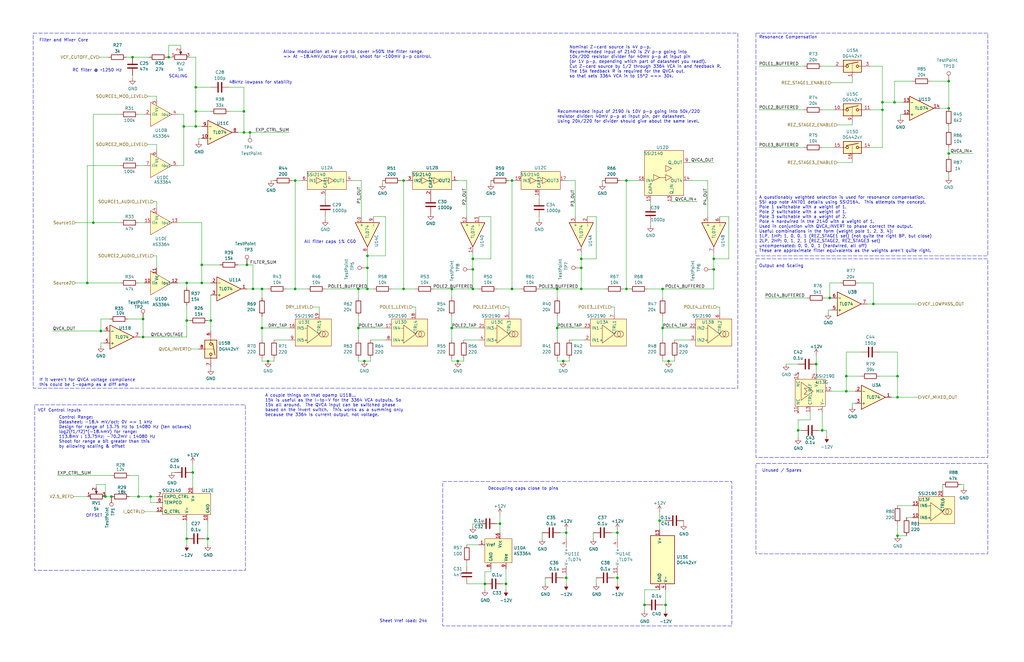
<source format=kicad_sch>
(kicad_sch (version 20230121) (generator eeschema)
  (paper "B")
  (title_block (title "Zoxnoxious Pole Dancer Mixing Filter") (date "2024-11-17") (rev "0.1") (company "Zoxnoxious Engineering"))
  (junction (at 88.9 135.255))
  (junction (at 400.05 34.29))
  (junction (at 46.99 209.55))
  (junction (at 104.14 111.76))
  (junction (at 170.18 121.92))
  (junction (at 82.55 53.34))
  (junction (at 39.37 93.98))
  (junction (at 78.74 119.38))
  (junction (at 60.325 134.62))
  (junction (at 280.67 255.27))
  (junction (at 281.94 152.4))
  (junction (at 78.74 227.33))
  (junction (at 279.4 121.92))
  (junction (at 245.11 113.03))
  (junction (at 87.63 227.33))
  (junction (at 44.45 209.55))
  (junction (at 336.55 181.61))
  (junction (at 154.94 113.03))
  (junction (at 77.47 53.34))
  (junction (at 400.05 64.77))
  (junction (at 237.49 152.4))
  (junction (at 82.55 46.99))
  (junction (at 378.46 167.64))
  (junction (at 378.46 226.06))
  (junction (at 372.11 43.18))
  (junction (at 238.76 243.84))
  (junction (at 36.83 119.38))
  (junction (at 78.74 135.255))
  (junction (at 245.11 109.22))
  (junction (at 377.19 43.18))
  (junction (at 356.87 158.75))
  (junction (at 105.41 55.88))
  (junction (at 215.9 76.2))
  (junction (at 234.95 121.92))
  (junction (at 42.545 139.7))
  (junction (at 234.95 138.43))
  (junction (at 210.82 220.98))
  (junction (at 82.55 36.83))
  (junction (at 300.99 113.665))
  (junction (at 102.87 55.88))
  (junction (at 344.17 153.67))
  (junction (at 55.88 24.13))
  (junction (at 154.94 121.92))
  (junction (at 154.94 107.95))
  (junction (at 199.39 109.22))
  (junction (at 372.11 46.355))
  (junction (at 102.87 46.99))
  (junction (at 264.16 121.92))
  (junction (at 378.46 158.75))
  (junction (at 346.71 181.61))
  (junction (at 170.18 76.2))
  (junction (at 349.885 125.73))
  (junction (at 279.4 138.43))
  (junction (at 300.99 109.22))
  (junction (at 151.13 138.43))
  (junction (at 245.11 121.92))
  (junction (at 113.03 152.4))
  (junction (at 356.87 165.1))
  (junction (at 124.46 121.92))
  (junction (at 238.76 224.79))
  (junction (at 190.5 138.43))
  (junction (at 63.5 209.55))
  (junction (at 400.05 45.72))
  (junction (at 85.09 119.38))
  (junction (at 368.3 128.27))
  (junction (at 199.39 113.665))
  (junction (at 85.09 111.76))
  (junction (at 106.68 121.92))
  (junction (at 278.13 219.71))
  (junction (at 193.04 152.4))
  (junction (at 260.35 243.84))
  (junction (at 71.12 24.13))
  (junction (at 153.67 152.4))
  (junction (at 215.9 121.92))
  (junction (at 124.46 76.2))
  (junction (at 264.16 76.2))
  (junction (at 81.28 199.39))
  (junction (at 260.35 224.79))
  (junction (at 190.5 121.92))
  (junction (at 110.49 121.92))
  (junction (at 110.49 138.43))
  (junction (at 213.36 246.38))
  (junction (at 204.47 246.38))
  (junction (at 199.39 121.92))
  (junction (at 58.42 209.55))
  (junction (at 151.13 121.92))
  (junction (at 271.78 255.27))
  (junction (at 60.325 142.24))
  (wire (pts (xy 199.39 220.98) (xy 201.93 220.98)))
  (wire (pts (xy 257.81 224.79) (xy 260.35 224.79)))
  (wire (pts (xy 336.55 177.165) (xy 336.55 181.61)))
  (wire (pts (xy 378.46 167.64) (xy 387.35 167.64)))
  (wire (pts (xy 406.4 204.47) (xy 406.4 205.74)))
  (wire (pts (xy 110.49 138.43) (xy 110.49 143.51)))
  (wire (pts (xy 245.11 109.22) (xy 245.11 106.68)))
  (wire (pts (xy 36.83 119.38) (xy 50.8 119.38)))
  (wire (pts (xy 207.01 76.2) (xy 207.01 77.47)))
  (wire (pts (xy 260.35 224.79) (xy 260.35 223.52)))
  (wire (pts (xy 80.01 135.255) (xy 78.74 135.255)))
  (wire (pts (xy 234.95 121.92) (xy 234.95 125.73)))
  (wire (pts (xy 88.9 124.46) (xy 88.9 135.255)))
  (wire (pts (xy 322.58 125.73) (xy 340.36 125.73)))
  (wire (pts (xy 153.67 152.4) (xy 156.21 152.4)))
  (wire (pts (xy 400.05 64.77) (xy 410.21 64.77)))
  (wire (pts (xy 349.885 125.73) (xy 350.52 125.73)))
  (wire (pts (xy 212.09 246.38) (xy 213.36 246.38)))
  (wire (pts (xy 227.33 82.55) (xy 227.33 83.82)))
  (wire (pts (xy 62.23 40.64) (xy 66.04 40.64)))
  (wire (pts (xy 43.815 144.78) (xy 42.545 144.78)))
  (wire (pts (xy 154.94 106.68) (xy 154.94 107.95)))
  (wire (pts (xy 300.99 113.665) (xy 300.99 121.92)))
  (wire (pts (xy 80.01 24.13) (xy 82.55 24.13)))
  (wire (pts (xy 151.13 121.92) (xy 151.13 125.73)))
  (wire (pts (xy 196.85 237.49) (xy 196.85 238.76)))
  (wire (pts (xy 64.77 107.95) (xy 66.04 107.95)))
  (wire (pts (xy 124.46 121.92) (xy 129.54 121.92)))
  (wire (pts (xy 66.04 60.96) (xy 66.04 63.5)))
  (wire (pts (xy 365.76 128.27) (xy 368.3 128.27)))
  (wire (pts (xy 284.48 151.13) (xy 284.48 152.4)))
  (wire (pts (xy 370.84 148.59) (xy 378.46 148.59)))
  (wire (pts (xy 96.52 36.83) (xy 102.87 36.83)))
  (wire (pts (xy 110.49 133.35) (xy 110.49 138.43)))
  (wire (pts (xy 58.42 69.85) (xy 60.96 69.85)))
  (wire (pts (xy 22.225 139.7) (xy 42.545 139.7)))
  (wire (pts (xy 196.85 246.38) (xy 204.47 246.38)))
  (wire (pts (xy 40.64 205.74) (xy 40.64 204.47)))
  (wire (pts (xy 207.01 241.3) (xy 204.47 241.3)))
  (wire (pts (xy 238.76 224.79) (xy 238.76 223.52)))
  (wire (pts (xy 307.34 109.22) (xy 300.99 109.22)))
  (wire (pts (xy 227.33 91.44) (xy 227.33 92.71)))
  (wire (pts (xy 405.13 204.47) (xy 406.4 204.47)))
  (wire (pts (xy 378.46 213.36) (xy 384.81 213.36)))
  (wire (pts (xy 274.32 93.98) (xy 274.32 95.25)))
  (wire (pts (xy 350.52 130.81) (xy 349.25 130.81)))
  (wire (pts (xy 106.68 111.76) (xy 106.68 121.92)))
  (wire (pts (xy 260.35 224.79) (xy 260.35 227.33)))
  (wire (pts (xy 346.71 27.94) (xy 351.79 27.94)))
  (wire (pts (xy 259.08 243.84) (xy 260.35 243.84)))
  (wire (pts (xy 400.05 64.77) (xy 400.05 66.04)))
  (wire (pts (xy 162.56 91.44) (xy 162.56 107.95)))
  (wire (pts (xy 193.04 76.2) (xy 196.85 76.2)))
  (wire (pts (xy 290.83 76.2) (xy 298.45 76.2)))
  (wire (pts (xy 115.57 151.13) (xy 115.57 152.4)))
  (wire (pts (xy 356.87 165.1) (xy 360.68 165.1)))
  (wire (pts (xy 378.46 167.64) (xy 375.92 167.64)))
  (wire (pts (xy 173.99 129.54) (xy 175.26 129.54)))
  (wire (pts (xy 349.885 125.73) (xy 349.885 119.38)))
  (wire (pts (xy 81.28 199.39) (xy 81.28 205.74)))
  (wire (pts (xy 60.325 134.62) (xy 60.325 142.24)))
  (wire (pts (xy 58.42 93.98) (xy 60.96 93.98)))
  (wire (pts (xy 346.71 62.23) (xy 351.79 62.23)))
  (wire (pts (xy 86.36 227.33) (xy 87.63 227.33)))
  (wire (pts (xy 190.5 121.92) (xy 190.5 125.73)))
  (wire (pts (xy 278.13 215.9) (xy 278.13 219.71)))
  (wire (pts (xy 39.37 48.26) (xy 39.37 93.98)))
  (wire (pts (xy 78.74 142.24) (xy 78.74 135.255)))
  (wire (pts (xy 215.9 76.2) (xy 217.17 76.2)))
  (wire (pts (xy 237.49 152.4) (xy 240.03 152.4)))
  (wire (pts (xy 85.09 119.38) (xy 88.9 119.38)))
  (wire (pts (xy 76.2 19.05) (xy 71.12 19.05)))
  (wire (pts (xy 288.29 219.71) (xy 288.29 220.98)))
  (wire (pts (xy 298.45 76.2) (xy 298.45 91.44)))
  (wire (pts (xy 229.87 243.84) (xy 229.87 246.38)))
  (wire (pts (xy 120.65 121.92) (xy 124.46 121.92)))
  (wire (pts (xy 66.04 212.09) (xy 63.5 212.09)))
  (wire (pts (xy 195.58 143.51) (xy 201.93 143.51)))
  (wire (pts (xy 41.91 24.13) (xy 45.72 24.13)))
  (wire (pts (xy 320.04 62.23) (xy 339.09 62.23)))
  (wire (pts (xy 151.13 138.43) (xy 162.56 138.43)))
  (wire (pts (xy 397.51 204.47) (xy 397.51 207.01)))
  (wire (pts (xy 199.39 109.22) (xy 199.39 113.665)))
  (wire (pts (xy 190.5 138.43) (xy 201.93 138.43)))
  (wire (pts (xy 115.57 143.51) (xy 121.92 143.51)))
  (wire (pts (xy 154.94 113.03) (xy 154.94 121.92)))
  (wire (pts (xy 199.39 113.665) (xy 199.39 121.92)))
  (wire (pts (xy 370.84 158.75) (xy 378.46 158.75)))
  (wire (pts (xy 190.5 151.13) (xy 190.5 152.4)))
  (wire (pts (xy 262.89 121.92) (xy 264.16 121.92)))
  (wire (pts (xy 161.29 76.2) (xy 161.29 77.47)))
  (wire (pts (xy 81.28 195.58) (xy 81.28 199.39)))
  (wire (pts (xy 207.01 109.22) (xy 199.39 109.22)))
  (wire (pts (xy 77.47 53.34) (xy 77.47 69.85)))
  (wire (pts (xy 307.34 91.44) (xy 307.34 109.22)))
  (wire (pts (xy 400.05 45.72) (xy 396.24 45.72)))
  (wire (pts (xy 76.2 20.32) (xy 76.2 19.05)))
  (wire (pts (xy 372.11 27.94) (xy 372.11 43.18)))
  (wire (pts (xy 300.99 109.22) (xy 300.99 113.665)))
  (wire (pts (xy 71.12 24.13) (xy 72.39 24.13)))
  (wire (pts (xy 124.46 76.2) (xy 124.46 121.92)))
  (wire (pts (xy 251.46 91.44) (xy 251.46 109.22)))
  (wire (pts (xy 347.98 125.73) (xy 349.885 125.73)))
  (wire (pts (xy 302.26 129.54) (xy 303.53 129.54)))
  (wire (pts (xy 261.62 76.2) (xy 264.16 76.2)))
  (wire (pts (xy 348.615 181.61) (xy 346.71 181.61)))
  (wire (pts (xy 210.82 220.98) (xy 210.82 224.79)))
  (wire (pts (xy 156.21 151.13) (xy 156.21 152.4)))
  (wire (pts (xy 175.26 129.54) (xy 175.26 132.08)))
  (wire (pts (xy 356.87 148.59) (xy 356.87 158.75)))
  (wire (pts (xy 132.08 129.54) (xy 134.62 129.54)))
  (wire (pts (xy 137.16 121.92) (xy 151.13 121.92)))
  (wire (pts (xy 372.11 46.355) (xy 372.11 62.23)))
  (wire (pts (xy 336.55 181.61) (xy 336.55 184.785)))
  (wire (pts (xy 368.3 119.38) (xy 361.95 119.38)))
  (wire (pts (xy 151.13 138.43) (xy 151.13 143.51)))
  (wire (pts (xy 170.18 121.92) (xy 175.26 121.92)))
  (wire (pts (xy 42.545 139.7) (xy 43.815 139.7)))
  (wire (pts (xy 170.18 76.2) (xy 171.45 76.2)))
  (wire (pts (xy 320.04 27.94) (xy 339.09 27.94)))
  (wire (pts (xy 234.95 152.4) (xy 237.49 152.4)))
  (wire (pts (xy 74.93 69.85) (xy 77.47 69.85)))
  (wire (pts (xy 210.82 217.17) (xy 210.82 220.98)))
  (wire (pts (xy 199.39 121.92) (xy 201.93 121.92)))
  (wire (pts (xy 278.13 219.71) (xy 278.13 223.52)))
  (wire (pts (xy 71.12 19.05) (xy 71.12 24.13)))
  (wire (pts (xy 100.33 55.88) (xy 102.87 55.88)))
  (wire (pts (xy 44.45 204.47) (xy 44.45 209.55)))
  (wire (pts (xy 58.42 119.38) (xy 60.96 119.38)))
  (wire (pts (xy 215.9 76.2) (xy 215.9 121.92)))
  (wire (pts (xy 234.95 138.43) (xy 234.95 143.51)))
  (wire (pts (xy 55.88 31.75) (xy 55.88 33.02)))
  (wire (pts (xy 381 48.26) (xy 379.73 48.26)))
  (wire (pts (xy 53.34 24.13) (xy 55.88 24.13)))
  (wire (pts (xy 77.47 53.34) (xy 82.55 53.34)))
  (wire (pts (xy 62.23 60.96) (xy 66.04 60.96)))
  (wire (pts (xy 182.88 121.92) (xy 190.5 121.92)))
  (wire (pts (xy 87.63 135.255) (xy 88.9 135.255)))
  (wire (pts (xy 279.4 138.43) (xy 279.4 143.51)))
  (wire (pts (xy 238.76 224.79) (xy 238.76 227.33)))
  (wire (pts (xy 381 43.18) (xy 377.19 43.18)))
  (wire (pts (xy 168.91 76.2) (xy 170.18 76.2)))
  (wire (pts (xy 368.3 128.27) (xy 368.3 119.38)))
  (wire (pts (xy 214.63 129.54) (xy 214.63 132.08)))
  (wire (pts (xy 106.68 121.92) (xy 110.49 121.92)))
  (wire (pts (xy 66.04 85.09) (xy 66.04 87.63)))
  (wire (pts (xy 73.66 199.39) (xy 72.39 199.39)))
  (wire (pts (xy 148.59 76.2) (xy 152.4 76.2)))
  (wire (pts (xy 300.99 109.22) (xy 300.99 106.68)))
  (wire (pts (xy 367.03 46.355) (xy 372.11 46.355)))
  (wire (pts (xy 382.27 226.06) (xy 378.46 226.06)))
  (wire (pts (xy 74.93 119.38) (xy 78.74 119.38)))
  (wire (pts (xy 245.11 113.03) (xy 245.11 121.92)))
  (wire (pts (xy 271.78 255.27) (xy 271.78 257.81)))
  (wire (pts (xy 303.53 129.54) (xy 303.53 132.08)))
  (wire (pts (xy 247.65 91.44) (xy 251.46 91.44)))
  (wire (pts (xy 31.75 119.38) (xy 36.83 119.38)))
  (wire (pts (xy 165.1 121.92) (xy 170.18 121.92)))
  (wire (pts (xy 190.5 133.35) (xy 190.5 138.43)))
  (wire (pts (xy 66.04 40.64) (xy 66.04 41.91)))
  (wire (pts (xy 46.355 134.62) (xy 42.545 134.62)))
  (wire (pts (xy 251.46 243.84) (xy 251.46 246.38)))
  (wire (pts (xy 162.56 107.95) (xy 154.94 107.95)))
  (wire (pts (xy 151.13 121.92) (xy 154.94 121.92)))
  (wire (pts (xy 346.71 46.355) (xy 351.79 46.355)))
  (wire (pts (xy 400.05 53.34) (xy 400.05 54.61)))
  (wire (pts (xy 279.4 138.43) (xy 290.83 138.43)))
  (wire (pts (xy 400.05 62.23) (xy 400.05 64.77)))
  (wire (pts (xy 196.85 91.44) (xy 196.85 76.2)))
  (wire (pts (xy 207.01 240.03) (xy 207.01 241.3)))
  (wire (pts (xy 245.11 121.92) (xy 255.27 121.92)))
  (wire (pts (xy 251.46 109.22) (xy 245.11 109.22)))
  (wire (pts (xy 259.08 129.54) (xy 259.08 132.08)))
  (wire (pts (xy 63.5 209.55) (xy 66.04 209.55)))
  (wire (pts (xy 400.05 73.66) (xy 400.05 74.93)))
  (wire (pts (xy 341.63 177.165) (xy 336.55 177.165)))
  (wire (pts (xy 58.42 200.66) (xy 58.42 209.55)))
  (wire (pts (xy 349.25 130.81) (xy 349.25 132.08)))
  (wire (pts (xy 195.58 151.13) (xy 195.58 152.4)))
  (wire (pts (xy 400.05 34.29) (xy 400.05 45.72)))
  (wire (pts (xy 259.08 129.54) (xy 257.81 129.54)))
  (wire (pts (xy 63.5 209.55) (xy 63.5 212.09)))
  (wire (pts (xy 264.16 76.2) (xy 269.24 76.2)))
  (wire (pts (xy 359.41 51.435) (xy 359.41 52.705)))
  (wire (pts (xy 88.9 154.94) (xy 88.9 155.575)))
  (wire (pts (xy 82.55 53.34) (xy 85.09 53.34)))
  (wire (pts (xy 58.42 48.26) (xy 60.96 48.26)))
  (wire (pts (xy 279.4 121.92) (xy 300.99 121.92)))
  (wire (pts (xy 245.11 109.22) (xy 245.11 113.03)))
  (wire (pts (xy 379.73 48.26) (xy 379.73 49.53)))
  (wire (pts (xy 274.32 85.09) (xy 274.32 86.36)))
  (wire (pts (xy 240.03 143.51) (xy 246.38 143.51)))
  (wire (pts (xy 110.49 121.92) (xy 113.03 121.92)))
  (wire (pts (xy 104.14 111.76) (xy 106.68 111.76)))
  (wire (pts (xy 102.87 55.88) (xy 105.41 55.88)))
  (wire (pts (xy 78.74 219.71) (xy 78.74 227.33)))
  (wire (pts (xy 60.96 215.9) (xy 66.04 215.9)))
  (wire (pts (xy 137.16 91.44) (xy 137.16 92.71)))
  (wire (pts (xy 40.64 204.47) (xy 44.45 204.47)))
  (wire (pts (xy 349.885 119.38) (xy 354.33 119.38)))
  (wire (pts (xy 115.57 76.2) (xy 114.3 76.2)))
  (wire (pts (xy 372.11 43.18) (xy 377.19 43.18)))
  (wire (pts (xy 85.09 93.98) (xy 85.09 111.76)))
  (wire (pts (xy 102.87 36.83) (xy 102.87 46.99)))
  (wire (pts (xy 254 76.2) (xy 254 77.47)))
  (wire (pts (xy 36.83 69.85) (xy 50.8 69.85)))
  (wire (pts (xy 85.09 111.76) (xy 92.71 111.76)))
  (wire (pts (xy 137.16 82.55) (xy 137.16 83.82)))
  (wire (pts (xy 74.93 93.98) (xy 85.09 93.98)))
  (wire (pts (xy 238.76 242.57) (xy 238.76 243.84)))
  (wire (pts (xy 260.35 243.84) (xy 260.35 246.38)))
  (wire (pts (xy 36.83 69.85) (xy 36.83 119.38)))
  (wire (pts (xy 279.4 152.4) (xy 281.94 152.4)))
  (wire (pts (xy 378.46 226.06) (xy 378.46 220.98)))
  (wire (pts (xy 110.49 151.13) (xy 110.49 152.4)))
  (wire (pts (xy 346.71 173.99) (xy 346.71 181.61)))
  (wire (pts (xy 78.74 119.38) (xy 85.09 119.38)))
  (wire (pts (xy 214.63 76.2) (xy 215.9 76.2)))
  (wire (pts (xy 82.55 36.83) (xy 82.55 46.99)))
  (wire (pts (xy 271.78 248.92) (xy 278.13 248.92)))
  (wire (pts (xy 83.82 58.42) (xy 85.09 58.42)))
  (wire (pts (xy 359.41 170.18) (xy 359.41 171.45)))
  (wire (pts (xy 234.95 138.43) (xy 246.38 138.43)))
  (wire (pts (xy 359.41 34.925) (xy 359.41 33.02)))
  (wire (pts (xy 190.5 152.4) (xy 193.04 152.4)))
  (wire (pts (xy 228.6 224.79) (xy 228.6 227.33)))
  (wire (pts (xy 78.74 128.905) (xy 78.74 135.255)))
  (wire (pts (xy 367.03 27.94) (xy 372.11 27.94)))
  (wire (pts (xy 264.16 76.2) (xy 264.16 121.92)))
  (wire (pts (xy 271.78 248.92) (xy 271.78 255.27)))
  (wire (pts (xy 367.03 62.23) (xy 372.11 62.23)))
  (wire (pts (xy 152.4 76.2) (xy 152.4 91.44)))
  (wire (pts (xy 151.13 151.13) (xy 151.13 152.4)))
  (wire (pts (xy 42.545 144.78) (xy 42.545 146.05)))
  (wire (pts (xy 77.47 48.26) (xy 74.93 48.26)))
  (wire (pts (xy 157.48 91.44) (xy 162.56 91.44)))
  (wire (pts (xy 238.76 243.84) (xy 238.76 246.38)))
  (wire (pts (xy 392.43 34.29) (xy 400.05 34.29)))
  (wire (pts (xy 280.67 255.27) (xy 280.67 248.92)))
  (wire (pts (xy 204.47 241.3) (xy 204.47 246.38)))
  (wire (pts (xy 320.04 46.355) (xy 339.09 46.355)))
  (wire (pts (xy 70.485 24.13) (xy 71.12 24.13)))
  (wire (pts (xy 350.52 165.1) (xy 356.87 165.1)))
  (wire (pts (xy 127 76.2) (xy 124.46 76.2)))
  (wire (pts (xy 344.17 153.67) (xy 344.17 157.48)))
  (wire (pts (xy 105.41 55.88) (xy 121.92 55.88)))
  (wire (pts (xy 85.09 111.76) (xy 85.09 119.38)))
  (wire (pts (xy 378.46 148.59) (xy 378.46 158.75)))
  (wire (pts (xy 279.4 151.13) (xy 279.4 152.4)))
  (wire (pts (xy 123.19 76.2) (xy 124.46 76.2)))
  (wire (pts (xy 80.645 147.32) (xy 83.82 147.32)))
  (wire (pts (xy 110.49 152.4) (xy 113.03 152.4)))
  (wire (pts (xy 227.33 121.92) (xy 234.95 121.92)))
  (wire (pts (xy 356.87 158.75) (xy 356.87 165.1)))
  (wire (pts (xy 215.9 121.92) (xy 219.71 121.92)))
  (wire (pts (xy 350.52 34.925) (xy 359.41 34.925)))
  (wire (pts (xy 102.87 46.99) (xy 102.87 55.88)))
  (wire (pts (xy 31.115 209.55) (xy 36.83 209.55)))
  (wire (pts (xy 54.61 209.55) (xy 58.42 209.55)))
  (wire (pts (xy 110.49 138.43) (xy 121.92 138.43)))
  (wire (pts (xy 88.9 46.99) (xy 82.55 46.99)))
  (wire (pts (xy 377.19 43.18) (xy 377.19 34.29)))
  (wire (pts (xy 238.76 76.2) (xy 242.57 76.2)))
  (wire (pts (xy 341.63 173.99) (xy 341.63 177.165)))
  (wire (pts (xy 87.63 219.71) (xy 87.63 227.33)))
  (wire (pts (xy 204.47 246.38) (xy 204.47 248.92)))
  (wire (pts (xy 66.04 107.95) (xy 66.04 113.03)))
  (wire (pts (xy 265.43 121.92) (xy 264.16 121.92)))
  (wire (pts (xy 193.04 152.4) (xy 195.58 152.4)))
  (wire (pts (xy 359.41 52.705) (xy 353.06 52.705)))
  (wire (pts (xy 209.55 220.98) (xy 210.82 220.98)))
  (wire (pts (xy 154.94 107.95) (xy 154.94 113.03)))
  (wire (pts (xy 42.545 134.62) (xy 42.545 139.7)))
  (wire (pts (xy 303.53 91.44) (xy 307.34 91.44)))
  (wire (pts (xy 55.88 24.13) (xy 62.865 24.13)))
  (wire (pts (xy 60.325 142.24) (xy 59.055 142.24)))
  (wire (pts (xy 236.22 224.79) (xy 238.76 224.79)))
  (wire (pts (xy 82.55 46.99) (xy 82.55 53.34)))
  (wire (pts (xy 234.95 151.13) (xy 234.95 152.4)))
  (wire (pts (xy 39.37 93.98) (xy 50.8 93.98)))
  (wire (pts (xy 279.4 133.35) (xy 279.4 138.43)))
  (wire (pts (xy 201.93 91.44) (xy 207.01 91.44)))
  (wire (pts (xy 336.55 181.61) (xy 337.82 181.61)))
  (wire (pts (xy 24.13 200.66) (xy 46.99 200.66)))
  (wire (pts (xy 359.41 67.31) (xy 359.41 68.58)))
  (wire (pts (xy 209.55 121.92) (xy 215.9 121.92)))
  (wire (pts (xy 82.55 24.13) (xy 82.55 36.83)))
  (wire (pts (xy 31.75 93.98) (xy 39.37 93.98)))
  (wire (pts (xy 356.87 158.75) (xy 363.22 158.75)))
  (wire (pts (xy 207.01 91.44) (xy 207.01 109.22)))
  (wire (pts (xy 151.13 133.35) (xy 151.13 138.43)))
  (wire (pts (xy 82.55 36.83) (xy 88.9 36.83)))
  (wire (pts (xy 242.57 91.44) (xy 242.57 76.2)))
  (wire (pts (xy 199.39 222.25) (xy 199.39 220.98)))
  (wire (pts (xy 250.19 224.79) (xy 250.19 227.33)))
  (wire (pts (xy 336.55 153.67) (xy 331.47 153.67)))
  (wire (pts (xy 278.13 219.71) (xy 280.67 219.71)))
  (wire (pts (xy 196.85 229.87) (xy 201.93 229.87)))
  (wire (pts (xy 348.615 181.61) (xy 348.615 184.15)))
  (wire (pts (xy 240.03 151.13) (xy 240.03 152.4)))
  (wire (pts (xy 344.17 149.86) (xy 344.17 153.67)))
  (wire (pts (xy 237.49 243.84) (xy 238.76 243.84)))
  (wire (pts (xy 110.49 121.92) (xy 110.49 125.73)))
  (wire (pts (xy 39.37 48.26) (xy 50.8 48.26)))
  (wire (pts (xy 104.14 121.92) (xy 106.68 121.92)))
  (wire (pts (xy 60.325 142.24) (xy 78.74 142.24)))
  (wire (pts (xy 280.67 255.27) (xy 280.67 257.81)))
  (wire (pts (xy 234.95 133.35) (xy 234.95 138.43)))
  (wire (pts (xy 284.48 143.51) (xy 290.83 143.51)))
  (wire (pts (xy 151.13 152.4) (xy 153.67 152.4)))
  (wire (pts (xy 345.44 181.61) (xy 346.71 181.61)))
  (wire (pts (xy 190.5 138.43) (xy 190.5 143.51)))
  (wire (pts (xy 64.77 85.09) (xy 66.04 85.09)))
  (wire (pts (xy 87.63 227.33) (xy 87.63 229.87)))
  (wire (pts (xy 77.47 48.26) (xy 77.47 53.34)))
  (wire (pts (xy 368.3 128.27) (xy 387.35 128.27)))
  (wire (pts (xy 234.95 121.92) (xy 245.11 121.92)))
  (wire (pts (xy 279.4 121.92) (xy 279.4 125.73)))
  (wire (pts (xy 78.74 227.33) (xy 78.74 229.87)))
  (wire (pts (xy 382.27 218.44) (xy 384.81 218.44)))
  (wire (pts (xy 44.45 209.55) (xy 46.99 209.55)))
  (wire (pts (xy 58.42 209.55) (xy 63.5 209.55)))
  (wire (pts (xy 213.36 129.54) (xy 214.63 129.54)))
  (wire (pts (xy 281.94 152.4) (xy 284.48 152.4)))
  (wire (pts (xy 279.4 121.92) (xy 273.05 121.92)))
  (wire (pts (xy 213.36 246.38) (xy 213.36 248.92)))
  (wire (pts (xy 170.18 76.2) (xy 170.18 121.92)))
  (wire (pts (xy 156.21 143.51) (xy 162.56 143.51)))
  (wire (pts (xy 283.21 85.09) (xy 294.005 85.09)))
  (wire (pts (xy 113.03 152.4) (xy 115.57 152.4)))
  (wire (pts (xy 96.52 46.99) (xy 102.87 46.99)))
  (wire (pts (xy 279.4 255.27) (xy 280.67 255.27)))
  (wire (pts (xy 88.9 135.255) (xy 88.9 139.7)))
  (wire (pts (xy 260.35 242.57) (xy 260.35 243.84)))
  (wire (pts (xy 199.39 106.68) (xy 199.39 109.22)))
  (wire (pts (xy 213.36 246.38) (xy 213.36 240.03)))
  (wire (pts (xy 78.74 119.38) (xy 78.74 121.285)))
  (wire (pts (xy 190.5 121.92) (xy 199.39 121.92)))
  (wire (pts (xy 377.19 34.29) (xy 384.81 34.29)))
  (wire (pts (xy 54.61 200.66) (xy 58.42 200.66)))
  (wire (pts (xy 359.41 68.58) (xy 353.06 68.58)))
  (wire (pts (xy 363.22 148.59) (xy 356.87 148.59)))
  (wire (pts (xy 290.83 68.58) (xy 300.99 68.58)))
  (wire (pts (xy 360.68 170.18) (xy 359.41 170.18)))
  (wire (pts (xy 53.975 134.62) (xy 60.325 134.62)))
  (wire (pts (xy 100.33 111.76) (xy 104.14 111.76)))
  (wire (pts (xy 372.11 43.18) (xy 372.11 46.355)))
  (wire (pts (xy 154.94 121.92) (xy 157.48 121.92)))
  (wire (pts (xy 134.62 129.54) (xy 134.62 132.08)))
  (wire (pts (xy 378.46 158.75) (xy 378.46 167.64)))
  (wire (pts (xy 83.82 58.42) (xy 83.82 59.69)))
  (rectangle (start 186.69 203.2) (end 308.61 264.16) (stroke (width 0) (type dash)))
  (rectangle (start 13.97 13.97) (end 311.15 163.83) (stroke (width 0) (type dash)))
  (rectangle (start 14.605 170.815) (end 103.505 240.665) (stroke (width 0) (type dash)))
  (rectangle (start 318.77 195.58) (end 416.56 233.68) (stroke (width 0) (type dash)))
  (rectangle (start 318.77 109.22) (end 416.56 193.04) (stroke (width 0) (type dash)))
  (rectangle (start 318.77 13.97) (end 416.56 107.95) (stroke (width 0) (type dash)))
  (text "Nominal Z-card source is 4V p-p.\nRecommended input of 2140 is 2V p-p going into\n10k/200 resistor divider for 40mV p-p at input pin\n(or 1V p-p, depending which part of datasheet you read!).\nCut Z-card source by 1/2 through 3364 VCA in and feedback R.\nThe 15k feedback R is required for the QVCA out,\nso that sets 3364 VCA in to 15*2 ==> 30k.\n" (at 240.03 33.02 0) (effects (font (size 1.27 1.27)) (justify left bottom)))
  (text "Allow modulation at 4V p-p to cover >50% the filter range.\n=> At -18.4mV/octave control, shoot for ~100mV p-p control." (at 119.38 24.765 0) (effects (font (size 1.27 1.27)) (justify left bottom)))
  (text "OFFSET" (at 36.195 218.44 0) (effects (font (size 1.27 1.27)) (justify left bottom)))
  (text "Decoupling caps close to pins" (at 205.74 207.01 0) (effects (font (size 1.27 1.27)) (justify left bottom)))
  (text "RC filter @ ~1250 Hz" (at 30.48 30.48 0) (effects (font (size 1.27 1.27)) (justify left bottom)))
  (text "Sheet Vref load: 24k" (at 160.02 262.89 0) (effects (font (size 1.27 1.27)) (justify left bottom)))
  (text "A questionably weighted selection is used for resonance compensation.\nSSI app note AN701 details using SSI2164.  This attempts the concept.\nPole 1 switchable with a weight of 1.\nPole 2 switchable with a weight of 1.\nPole 3 switchable with a weight of 2.\nPole 4 hardwired in the 2140 with a weight of 1.\nUsed in conjuntion with QVCA_INVERT to phase correct the output.\nUseful combinations in the form (weight pole 1, 2, 3, 4):\n1LP, 1HP: 1, 0, 0, 1 (REZ_STAGE1 set) (not quite the right BP, but close)\n2LP, 2HP: 0, 1, 2, 1 (REZ_STAGE2, REZ_STAGE3 set)\nuncompensated: 0, 0, 0, 1 (hardwired, all off)\nThese are approximate filter equivalents as the weights aren't quite right.\n" (at 320.04 106.68 0) (effects (font (size 1.27 1.27)) (justify left bottom)))
  (text "VCF Control Inputs" (at 15.875 173.99 0) (effects (font (size 1.27 1.27)) (justify left bottom)))
  (text "Output and Scaling" (at 320.04 113.03 0) (effects (font (size 1.27 1.27)) (justify left bottom)))
  (text "48kHz lowpass for stability" (at 96.52 35.56 0) (effects (font (size 1.27 1.27)) (justify left bottom)))
  (text "Unused / Spares" (at 321.31 199.39 0) (effects (font (size 1.27 1.27)) (justify left bottom)))
  (text "Recommended input of 2190 is 10V p-p going into 50k/220\nresistor divider: 40mV p-p at input pin, per datasheet.\nUsing 20k/220 for divider should give about the same level.\n" (at 234.95 52.07 0) (effects (font (size 1.27 1.27)) (justify left bottom)))
  (text "Control Range:\nDatasheet: -18.4 mV/oct; 0V => 1 kHz\nDesign for range of 13.75 Hz to 14080 Hz (ten octaves)\nlog2(f1/f2)*(-18.4mV) for range:\n113.8mV : 13.75Hz; -70.2mV : 14080 Hz\nShoot for range a bit greater than this\nby allowing scaling & offset" (at 24.765 189.23 0) (effects (font (size 1.27 1.27)) (justify left bottom)))
  (text "If it weren't for QVCA voltage compliance\nthis could be 1-opamp as a diff amp" (at 16.51 163.195 0) (effects (font (size 1.27 1.27)) (justify left bottom)))
  (text "All filter caps 1% CG0" (at 128.27 102.87 0) (effects (font (size 1.27 1.27)) (justify left bottom)))
  (text "Filter and Mixer Core" (at 16.51 17.78 0) (effects (font (size 1.27 1.27)) (justify left bottom)))
  (text "SCALING" (at 71.12 33.02 0) (effects (font (size 1.27 1.27)) (justify left bottom)))
  (text "A couple things on that opamp U11B...\n15k is useful as the I-to-V for the 3364 VCA outputs. So\n15k all around.  The QVCA input can be switched phase\nbased on the invert switch.  This works as a summing only\nbecause the 3364 is current output, not voltage." (at 111.76 175.895 0) (effects (font (size 1.27 1.27)) (justify left bottom)))
  (text "Resonance Compensation" (at 320.04 16.51 0) (effects (font (size 1.27 1.27)) (justify left bottom)))
  (label "POLE3_BUFFERED" (at 320.04 62.23 0))
  (label "QVCA_IN+" (at 410.21 64.77 180))
  (label "POLE2_BUFFERED" (at 320.04 46.355 0))
  (label "POLE4_BUFFERED" (at 297.18 121.92 180))
  (label "POLE3_TAP" (at 234.95 138.43 0))
  (label "FILTER_SUM" (at 105.41 111.76 0))
  (label "POLE4_BUFFERED" (at 322.58 125.73 0))
  (label "POLE1_BUFFERED" (at 154.94 121.92 180))
  (label "DRY_TAP" (at 113.03 138.43 0))
  (label "QVCA_VOLTAGE" (at 63.5 142.24 0))
  (label "EXP_CTRL_SUM" (at 121.92 55.88 180))
  (label "P3_OUT" (at 242.57 80.01 270))
  (label "P1_OUT" (at 152.4 78.74 270))
  (label "QVCA_OUT" (at 300.99 68.58 180))
  (label "QVCA_OUT" (at 22.225 139.7 0))
  (label "P2_OUT" (at 196.85 79.375 270))
  (label "POLE1_BUFFERED" (at 320.04 27.94 0))
  (label "EXP_CTRL_SUM" (at 24.13 200.66 0))
  (label "P4_OUT" (at 298.45 79.375 270))
  (label "POLE2_BUFFERED" (at 199.39 121.92 180))
  (label "POLE2_TAP" (at 190.5 138.43 0))
  (label "POLE3_BUFFERED" (at 243.84 121.92 180))
  (label "POLE4_TAP" (at 279.4 138.43 0))
  (label "QVCA_IN+" (at 294.005 85.09 180))
  (label "POLE1_TAP" (at 151.13 138.43 0))
  (hierarchical_label "POLE3_LEVEL" (shape input) (at 257.81 129.54 180))
  (hierarchical_label "VCF_CUTOFF_CV" (shape input) (at 41.91 24.13 180))
  (hierarchical_label "SOURCE2_AUDIO_LEVEL" (shape input) (at 64.77 107.95 180))
  (hierarchical_label "POLE1_LEVEL" (shape input) (at 173.99 129.54 180))
  (hierarchical_label "Source1" (shape input) (at 31.75 93.98 180))
  (hierarchical_label "REZ_STAGE1_ENABLE" (shape input) (at 350.52 34.925 180))
  (hierarchical_label "DRY_LEVEL" (shape input) (at 132.08 129.54 180))
  (hierarchical_label "POLE2_LEVEL" (shape input) (at 213.36 129.54 180))
  (hierarchical_label "VCF_LOWPASS_OUT" (shape output) (at 387.35 128.27 0))
  (hierarchical_label "Source2" (shape input) (at 31.75 119.38 180))
  (hierarchical_label "REZ_STAGE3_ENABLE" (shape input) (at 353.06 68.58 180))
  (hierarchical_label "SOURCE1_AUDIO_LEVEL" (shape input) (at 64.77 85.09 180))
  (hierarchical_label "QVCA_INVERT" (shape input) (at 80.645 147.32 180))
  (hierarchical_label "I_QCTRL" (shape input) (at 60.96 215.9 180))
  (hierarchical_label "VCF_MIXED_OUT" (shape output) (at 387.35 167.64 0))
  (hierarchical_label "POLE4_LEVEL" (shape input) (at 302.26 129.54 180))
  (hierarchical_label "REZ_STAGE2_ENABLE" (shape input) (at 353.06 52.705 180))
  (hierarchical_label "SOURCE2_MOD_LEVEL" (shape input) (at 62.23 60.96 180))
  (hierarchical_label "SOURCE1_MOD_LEVEL" (shape input) (at 62.23 40.64 180))
  (hierarchical_label "V2.5_REF" (shape input) (at 31.115 209.55 180))
  (symbol (lib_id "Connector:TestPoint") (at 300.99 113.665 90) (unit 1)
    (property "Reference" "TP6" (at 294.64 111.125 0) (effects (justify right)))
    (property "Value" "TestPoint" (at 292.1 109.855 0) (effects (justify right)))
    (property "Footprint" "TestPoint:TestPoint_Pad_2.0x2.0mm" (effects hide))
  )
  (symbol (lib_id "poledancer_symlib:SSI2140") (at 181.61 76.2 0) (unit 2)
    (property "Reference" "U12" (at 182.245 70.7969 0))
    (property "Value" "SSI2140" (at 177.8 73.66 0))
    (property "Footprint" "project_footprints:SSOP-20_3.9x8.7mm_P0.635mm_HandSolder" (effects hide))
  )
  (symbol (lib_id "power:GND") (at 400.05 74.93 0) (unit 1)
    (property "Reference" "#PWR098" (effects hide))
    (property "Value" "GND" (at 400.05 79.0631 0))
  )
  (symbol (lib_id "power:-12V") (at 348.615 184.15 180) (unit 1)
    (property "Reference" "#PWR093" (effects hide))
    (property "Value" "-12V" (at 348.615 188.5934 0))
  )
  (symbol (lib_id "power:GND") (at 137.16 92.71 0) (unit 1)
    (property "Reference" "#PWR063" (effects hide))
    (property "Value" "GND" (at 137.16 96.8431 0))
  )
  (symbol (lib_id "Device:C") (at 341.63 181.61 270) (unit 1)
    (property "Reference" "C43" (at 341.63 184.785 90))
    (property "Value" "0.1u" (at 341.63 186.69 90))
    (property "Footprint" "Capacitor_SMD:C_0603_1608Metric" (effects hide))
    (property "LCSC" "C14663" (effects hide))
  )
  (symbol (lib_id "power:GND") (at 271.78 257.81 0) (unit 1)
    (property "Reference" "#PWR084" (effects hide))
    (property "Value" "GND" (at 271.907 262.2042 0))
  )
  (symbol (lib_id "Device:R") (at 92.71 46.99 270) (unit 1)
    (property "Reference" "R38" (at 92.71 41.91 90))
    (property "Value" "33k" (at 92.71 44.45 90))
    (property "Footprint" "Resistor_SMD:R_0603_1608Metric" (effects hide))
    (property "LCSC" "C4216" (effects hide))
  )
  (symbol (lib_id "Device:R") (at 54.61 93.98 90) (unit 1)
    (property "Reference" "R33" (at 54.61 91.44 90))
    (property "Value" "47k" (at 54.61 96.52 90))
    (property "Footprint" "Resistor_SMD:R_0603_1608Metric" (effects hide))
    (property "LCSC" "C25819" (effects hide))
  )
  (symbol (lib_id "power:GND") (at 42.545 146.05 0) (unit 1)
    (property "Reference" "#PWR054" (effects hide))
    (property "Value" "GND" (at 42.545 150.1831 0))
  )
  (symbol (lib_id "Device:R") (at 400.05 49.53 180) (unit 1)
    (property "Reference" "R45" (at 403.86 48.26 0))
    (property "Value" "6k2" (at 403.86 50.8 0))
    (property "Footprint" "Resistor_SMD:R_0603_1608Metric" (effects hide))
    (property "LCSC" "C4260" (effects hide))
  )
  (symbol (lib_id "Amplifier_Operational:TL074") (at 300.99 99.06 90) (mirror x) (unit 2)
    (property "Reference" "U14" (at 304.8 101.6 0))
    (property "Value" "TL074" (at 300.99 97.79 0))
    (property "Footprint" "Package_SO:TSSOP-14_4.4x5mm_P0.65mm" (effects hide))
    (property "Datasheet" "http://www.ti.com/lit/ds/symlink/tl071.pdf" (effects hide))
    (property "LCSC" "C96507" (effects hide))
  )
  (symbol (lib_id "Device:R") (at 388.62 34.29 270) (unit 1)
    (property "Reference" "R85" (at 388.62 29.1297 90))
    (property "Value" "20k" (at 388.62 31.5539 90))
    (property "Footprint" "Resistor_SMD:R_0603_1608Metric" (effects hide))
    (property "LCSC" "C4184" (effects hide))
  )
  (symbol (lib_id "power:GND") (at 250.19 227.33 0) (unit 1)
    (property "Reference" "#PWR079" (effects hide))
    (property "Value" "GND" (at 250.317 231.7242 0))
  )
  (symbol (lib_id "Device:C") (at 92.71 36.83 90) (unit 1)
    (property "Reference" "C28" (at 92.71 30.48 90))
    (property "Value" "100p" (at 92.71 33.02 90))
    (property "Footprint" "Capacitor_SMD:C_0603_1608Metric" (effects hide))
    (property "LCSC" "C14858" (effects hide))
  )
  (symbol (lib_id "Analog_Switch:DG442xY") (at 88.9 147.32 270) (unit 2)
    (property "Reference" "U15" (at 94.615 144.78 90))
    (property "Value" "DG442xY" (at 92.202 147.32 90) (effects (justify left)))
    (property "Footprint" "Package_SO:SOIC-16_3.9x9.9mm_P1.27mm" (effects hide))
    (property "Datasheet" "https://datasheets.maximintegrated.com/en/ds/DG441-DG442.pdf" (effects hide))
    (property "LCSC" "C2673321" (effects hide))
  )
  (symbol (lib_id "Analog_Switch:DG442xY") (at 278.13 236.22 0) (unit 5)
    (property "Reference" "U15" (at 285.242 235.0079 0) (effects (justify left)))
    (property "Value" "DG442xY" (at 285.242 237.4321 0) (effects (justify left)))
    (property "Footprint" "Package_SO:SOIC-16_3.9x9.9mm_P1.27mm" (effects hide))
    (property "Datasheet" "https://datasheets.maximintegrated.com/en/ds/DG441-DG442.pdf" (effects hide))
    (property "LCSC" "C2673321" (effects hide))
  )
  (symbol (lib_id "power:GND") (at 207.01 77.47 0) (unit 1)
    (property "Reference" "#PWR070" (effects hide))
    (property "Value" "GND" (at 207.01 81.6031 0))
  )
  (symbol (lib_id "Device:R") (at 190.5 147.32 0) (unit 1)
    (property "Reference" "R55" (at 184.15 146.05 0) (effects (justify left)))
    (property "Value" "220" (at 184.15 148.4742 0) (effects (justify left)))
    (property "Footprint" "Resistor_SMD:R_0603_1608Metric" (effects hide))
    (property "LCSC" "C22962" (effects hide))
  )
  (symbol (lib_id "Device:R") (at 50.165 134.62 270) (unit 1)
    (property "Reference" "R35" (at 48.26 130.175 90) (effects (justify left)))
    (property "Value" "10k" (at 48.895 132.08 90) (effects (justify left)))
    (property "Footprint" "Resistor_SMD:R_0603_1608Metric" (effects hide))
    (property "LCSC" "C17936" (effects hide))
  )
  (symbol (lib_id "power:GND") (at 406.4 205.74 0) (unit 1)
    (property "Reference" "#PWR099" (effects hide))
    (property "Value" "GND" (at 406.527 210.1342 0))
  )
  (symbol (lib_id "poledancer_symlib:AS3364") (at 66.04 93.98 0) (unit 5)
    (property "Reference" "U10" (at 67.945 100.7293 0))
    (property "Value" "AS3364" (at 67.945 103.1535 0))
    (property "Footprint" "Package_SO:SOIC-16_3.9x9.9mm_P1.27mm" (effects hide))
    (property "Datasheet" "https://cabintechglobal.com/pdf/ALFA_RPAR_AS3364.pdf" (effects hide))
  )
  (symbol (lib_id "Analog_Switch:DG442xY") (at 359.41 27.94 0) (unit 1)
    (property "Reference" "U15" (at 359.41 21.2557 0))
    (property "Value" "DG442xY" (at 359.41 23.6799 0))
    (property "Footprint" "Package_SO:SOIC-16_3.9x9.9mm_P1.27mm" (effects hide))
    (property "Datasheet" "https://datasheets.maximintegrated.com/en/ds/DG441-DG442.pdf" (effects hide))
    (property "LCSC" "C2673321" (effects hide))
  )
  (symbol (lib_id "Device:C") (at 181.61 86.36 0) (unit 1)
    (property "Reference" "C30" (at 184.531 85.1479 0) (effects (justify left)))
    (property "Value" "1000p" (at 184.531 87.5721 0) (effects (justify left)))
    (property "Footprint" "Capacitor_SMD:C_0805_2012Metric" (effects hide))
    (property "Digikey" "478-KGM21BCG1H102FTCT-ND" (effects hide))
    (property "Mfg" "KGM21BCG1H102FT" (effects hide))
  )
  (symbol (lib_id "Device:R") (at 156.21 147.32 0) (unit 1)
    (property "Reference" "R64" (at 157.988 146.1079 0) (effects (justify left)))
    (property "Value" "220" (at 157.988 148.5321 0) (effects (justify left)))
    (property "Footprint" "Resistor_SMD:R_0603_1608Metric" (effects hide))
    (property "LCSC" "C22962" (effects hide))
  )
  (symbol (lib_id "Device:C") (at 227.33 87.63 0) (unit 1)
    (property "Reference" "C34" (at 230.251 86.4179 0) (effects (justify left)))
    (property "Value" "1000p" (at 230.251 88.8421 0) (effects (justify left)))
    (property "Footprint" "Capacitor_SMD:C_0805_2012Metric" (effects hide))
    (property "Digikey" "478-KGM21BCG1H102FTCT-ND" (effects hide))
    (property "Mfg" "KGM21BCG1H102FT" (effects hide))
  )
  (symbol (lib_id "poledancer_symlib:SSI2190") (at 171.45 140.97 0) (unit 4)
    (property "Reference" "U13" (at 166.37 135.89 0) (effects (justify left)))
    (property "Value" "SSI2190" (at 167.64 133.35 0))
    (property "Footprint" "Package_SO:SSOP-24_3.9x8.7mm_P0.635mm" (effects hide))
  )
  (symbol (lib_id "Connector:TestPoint") (at 60.325 134.62 0) (unit 1)
    (property "Reference" "TP2" (at 60.325 129.54 0) (effects (justify right)))
    (property "Value" "TestPoint" (at 62.865 127.635 0) (effects (justify right)))
    (property "Footprint" "TestPoint:TestPoint_Pad_2.0x2.0mm" (effects hide))
  )
  (symbol (lib_id "Device:R") (at 54.61 119.38 90) (unit 1)
    (property "Reference" "R34" (at 54.61 116.84 90))
    (property "Value" "47k" (at 54.61 121.92 90))
    (property "Footprint" "Resistor_SMD:R_0603_1608Metric" (effects hide))
    (property "LCSC" "C25819" (effects hide))
  )
  (symbol (lib_id "power:+12V") (at 238.76 223.52 0) (unit 1)
    (property "Reference" "#PWR077" (effects hide))
    (property "Value" "+12V" (at 238.76 219.9442 0))
  )
  (symbol (lib_id "Amplifier_Operational:TL074") (at 388.62 45.72 0) (mirror x) (unit 4)
    (property "Reference" "U11" (at 389.89 41.91 0))
    (property "Value" "TL074" (at 388.62 45.72 0))
    (property "Footprint" "Package_SO:TSSOP-14_4.4x5mm_P0.65mm" (effects hide))
    (property "Datasheet" "http://www.ti.com/lit/ds/symlink/tl071.pdf" (effects hide))
    (property "LCSC" "C96507" (effects hide))
  )
  (symbol (lib_id "Device:R") (at 116.84 121.92 270) (unit 1)
    (property "Reference" "R43" (at 116.84 116.7597 90))
    (property "Value" "10k" (at 116.84 119.1839 90))
    (property "Footprint" "Resistor_SMD:R_0603_1608Metric" (effects hide))
    (property "LCSC" "C17936" (effects hide))
  )
  (symbol (lib_id "power:GND") (at 88.9 155.575 0) (unit 1)
    (property "Reference" "#PWR060" (effects hide))
    (property "Value" "GND" (at 88.9 159.7081 0))
  )
  (symbol (lib_id "Analog_Switch:DG442xY") (at 359.41 46.355 0) (unit 3)
    (property "Reference" "U15" (at 359.41 39.6707 0))
    (property "Value" "DG442xY" (at 359.41 42.0949 0))
    (property "Footprint" "Package_SO:SOIC-16_3.9x9.9mm_P1.27mm" (effects hide))
    (property "Datasheet" "https://datasheets.maximintegrated.com/en/ds/DG441-DG442.pdf" (effects hide))
    (property "LCSC" "C2673321" (effects hide))
  )
  (symbol (lib_id "Device:R") (at 96.52 111.76 270) (unit 1)
    (property "Reference" "R39" (at 96.52 106.5997 90))
    (property "Value" "15k" (at 96.52 109.0239 90))
    (property "Footprint" "Resistor_SMD:R_0603_1608Metric" (effects hide))
    (property "LCSC" "C22809" (effects hide))
  )
  (symbol (lib_id "Device:R") (at 195.58 147.32 0) (unit 1)
    (property "Reference" "R56" (at 197.358 146.1079 0) (effects (justify left)))
    (property "Value" "220" (at 197.358 148.5321 0) (effects (justify left)))
    (property "Footprint" "Resistor_SMD:R_0603_1608Metric" (effects hide))
    (property "LCSC" "C22962" (effects hide))
  )
  (symbol (lib_id "Device:C") (at 82.55 227.33 270) (unit 1)
    (property "Reference" "C27" (at 82.55 220.98 90))
    (property "Value" "0.1u" (at 82.55 223.52 90))
    (property "Footprint" "Capacitor_SMD:C_0603_1608Metric" (effects hide))
    (property "LCSC" "C14663" (effects hide))
  )
  (symbol (lib_id "Device:R") (at 240.03 147.32 0) (unit 1)
    (property "Reference" "R42" (at 241.808 146.1079 0) (effects (justify left)))
    (property "Value" "220" (at 241.808 148.5321 0) (effects (justify left)))
    (property "Footprint" "Resistor_SMD:R_0603_1608Metric" (effects hide))
    (property "LCSC" "C22962" (effects hide))
  )
  (symbol (lib_id "power:GND") (at 274.32 95.25 0) (unit 1)
    (property "Reference" "#PWR085" (effects hide))
    (property "Value" "GND" (at 274.32 99.3831 0))
  )
  (symbol (lib_id "Amplifier_Operational:TL074") (at 92.71 55.88 0) (mirror x) (unit 3)
    (property "Reference" "U11" (at 93.98 52.07 0))
    (property "Value" "TL074" (at 92.71 55.88 0))
    (property "Footprint" "Package_SO:TSSOP-14_4.4x5mm_P0.65mm" (effects hide))
    (property "Datasheet" "http://www.ti.com/lit/ds/symlink/tl071.pdf" (effects hide))
    (property "LCSC" "C96507" (effects hide))
  )
  (symbol (lib_id "Device:R") (at 151.13 129.54 0) (unit 1)
    (property "Reference" "R62" (at 144.78 128.27 0) (effects (justify left)))
    (property "Value" "20k" (at 144.78 130.6942 0) (effects (justify left)))
    (property "Footprint" "Resistor_SMD:R_0603_1608Metric" (effects hide))
    (property "LCSC" "C4184" (effects hide))
  )
  (symbol (lib_id "power:GND") (at 229.87 246.38 0) (unit 1)
    (property "Reference" "#PWR075" (effects hide))
    (property "Value" "GND" (at 229.997 250.7742 0))
  )
  (symbol (lib_id "Device:R") (at 165.1 76.2 270) (unit 1)
    (property "Reference" "R51" (at 165.1 71.0397 90))
    (property "Value" "200" (at 165.1 73.4639 90))
    (property "Footprint" "Resistor_SMD:R_0603_1608Metric" (effects hide))
    (property "LCSC" "C8218" (effects hide))
  )
  (symbol (lib_id "Device:R") (at 234.95 129.54 0) (unit 1)
    (property "Reference" "R40" (at 228.6 128.27 0) (effects (justify left)))
    (property "Value" "20k" (at 228.6 130.6942 0) (effects (justify left)))
    (property "Footprint" "Resistor_SMD:R_0603_1608Metric" (effects hide))
    (property "LCSC" "C4184" (effects hide))
  )
  (symbol (lib_id "power:GND") (at 83.82 59.69 0) (unit 1)
    (property "Reference" "#PWR058" (effects hide))
    (property "Value" "GND" (at 83.947 64.0842 0))
  )
  (symbol (lib_id "Device:R") (at 133.35 121.92 270) (unit 1)
    (property "Reference" "R46" (at 133.35 116.7597 90))
    (property "Value" "10k" (at 133.35 119.1839 90))
    (property "Footprint" "Resistor_SMD:R_0603_1608Metric" (effects hide))
    (property "LCSC" "C17936" (effects hide))
  )
  (symbol (lib_id "Device:R") (at 115.57 147.32 0) (unit 1)
    (property "Reference" "R71" (at 117.348 146.1079 0) (effects (justify left)))
    (property "Value" "220" (at 117.348 148.5321 0) (effects (justify left)))
    (property "Footprint" "Resistor_SMD:R_0603_1608Metric" (effects hide))
    (property "LCSC" "C22962" (effects hide))
  )
  (symbol (lib_id "power:GND") (at 228.6 227.33 0) (unit 1)
    (property "Reference" "#PWR074" (effects hide))
    (property "Value" "GND" (at 228.727 231.7242 0))
  )
  (symbol (lib_id "poledancer_symlib:SSI2190") (at 255.27 140.97 0) (unit 1)
    (property "Reference" "U13" (at 251.46 135.89 0) (effects (justify left)))
    (property "Value" "SSI2190" (at 251.46 133.35 0))
    (property "Footprint" "Package_SO:SSOP-24_3.9x8.7mm_P0.635mm" (effects hide))
  )
  (symbol (lib_id "power:-12V") (at 260.35 246.38 180) (unit 1)
    (property "Reference" "#PWR083" (effects hide))
    (property "Value" "-12V" (at 260.35 250.8234 0))
  )
  (symbol (lib_id "Analog_Switch:DG442xY") (at 359.41 62.23 0) (unit 4)
    (property "Reference" "U15" (at 359.41 55.5457 0))
    (property "Value" "DG442xY" (at 359.41 57.9699 0))
    (property "Footprint" "Package_SO:SOIC-16_3.9x9.9mm_P1.27mm" (effects hide))
    (property "Datasheet" "https://datasheets.maximintegrated.com/en/ds/DG441-DG442.pdf" (effects hide))
    (property "LCSC" "C2673321" (effects hide))
  )
  (symbol (lib_id "Device:C") (at 233.68 243.84 270) (unit 1)
    (property "Reference" "C36" (at 233.68 237.49 90))
    (property "Value" "0.1u" (at 233.68 240.03 90))
    (property "Footprint" "Capacitor_SMD:C_0603_1608Metric" (effects hide))
    (property "LCSC" "C14663" (effects hide))
  )
  (symbol (lib_id "Device:C") (at 255.27 243.84 270) (unit 1)
    (property "Reference" "C38" (at 255.27 237.49 90))
    (property "Value" "0.1u" (at 255.27 240.03 90))
    (property "Footprint" "Capacitor_SMD:C_0603_1608Metric" (effects hide))
    (property "LCSC" "C14663" (effects hide))
  )
  (symbol (lib_id "power:GND") (at 336.55 184.785 0) (unit 1)
    (property "Reference" "#PWR091" (effects hide))
    (property "Value" "GND" (at 336.677 189.1792 0))
  )
  (symbol (lib_id "Device:R") (at 151.13 147.32 0) (unit 1)
    (property "Reference" "R63" (at 144.78 146.05 0) (effects (justify left)))
    (property "Value" "220" (at 144.78 148.4742 0) (effects (justify left)))
    (property "Footprint" "Resistor_SMD:R_0603_1608Metric" (effects hide))
    (property "LCSC" "C22962" (effects hide))
  )
  (symbol (lib_id "Amplifier_Operational:TL074") (at 241.3 234.95 0) (unit 5)
    (property "Reference" "U11" (at 239.395 233.7379 0) (effects (justify left)))
    (property "Value" "TL074" (at 239.395 236.1621 0) (effects (justify left)))
    (property "Footprint" "Package_SO:TSSOP-14_4.4x5mm_P0.65mm" (effects hide))
    (property "Datasheet" "http://www.ti.com/lit/ds/symlink/tl071.pdf" (effects hide))
    (property "LCSC" "C96507" (effects hide))
  )
  (symbol (lib_id "power:-12V") (at 78.74 229.87 180) (unit 1)
    (property "Reference" "#PWR056" (effects hide))
    (property "Value" "-12V" (at 78.74 234.3134 0))
  )
  (symbol (lib_id "poledancer_symlib:SSI2140") (at 137.16 76.2 0) (unit 1)
    (property "Reference" "U12" (at 137.795 70.7969 0))
    (property "Value" "SSI2140" (at 133.35 73.66 0))
    (property "Footprint" "project_footprints:SSOP-20_3.9x8.7mm_P0.635mm_HandSolder" (effects hide))
  )
  (symbol (lib_id "Device:C") (at 205.74 220.98 270) (unit 1)
    (property "Reference" "C32" (at 201.93 222.25 90))
    (property "Value" "0.1u" (at 201.93 219.71 90))
    (property "Footprint" "Capacitor_SMD:C_0603_1608Metric" (effects hide))
    (property "LCSC" "C14663" (effects hide))
  )
  (symbol (lib_id "power:GND") (at 378.46 226.06 0) (unit 1)
    (property "Reference" "#PWR096" (effects hide))
    (property "Value" "GND" (at 378.587 230.4542 0))
  )
  (symbol (lib_id "power:GND") (at 199.39 222.25 0) (unit 1)
    (property "Reference" "#PWR068" (effects hide))
    (property "Value" "GND" (at 199.517 226.6442 0))
  )
  (symbol (lib_id "Device:R") (at 358.14 119.38 270) (unit 1)
    (property "Reference" "R77" (at 356.87 114.3 90) (effects (justify left)))
    (property "Value" "20k" (at 356.87 116.84 90) (effects (justify left)))
    (property "Footprint" "Resistor_SMD:R_0603_1608Metric" (effects hide))
    (property "LCSC" "C4184" (effects hide))
  )
  (symbol (lib_id "Amplifier_Operational:TL074") (at 154.94 99.06 90) (mirror x) (unit 3)
    (property "Reference" "U14" (at 158.75 101.6 0))
    (property "Value" "TL074" (at 154.94 97.79 0))
    (property "Footprint" "Package_SO:TSSOP-14_4.4x5mm_P0.65mm" (effects hide))
    (property "Datasheet" "http://www.ti.com/lit/ds/symlink/tl071.pdf" (effects hide))
    (property "LCSC" "C96507" (effects hide))
  )
  (symbol (lib_id "poledancer_symlib:SSI2190") (at 130.81 140.97 0) (unit 5)
    (property "Reference" "U13" (at 125.73 135.89 0) (effects (justify left)))
    (property "Value" "SSI2190" (at 128.27 133.35 0))
    (property "Footprint" "Package_SO:SSOP-24_3.9x8.7mm_P0.635mm" (effects hide))
  )
  (symbol (lib_id "Device:R") (at 342.9 46.355 270) (unit 1)
    (property "Reference" "R74" (at 342.9 41.1947 90))
    (property "Value" "20k" (at 342.9 43.6189 90))
    (property "Footprint" "Resistor_SMD:R_0603_1608Metric" (effects hide))
    (property "LCSC" "C4184" (effects hide))
  )
  (symbol (lib_id "Device:R") (at 382.27 222.25 0) (unit 1)
    (property "Reference" "R81" (at 384.048 221.0379 0) (effects (justify left)))
    (property "Value" "220" (at 384.048 223.4621 0) (effects (justify left)))
    (property "Footprint" "Resistor_SMD:R_0603_1608Metric" (effects hide))
    (property "LCSC" "C22962" (effects hide))
  )
  (symbol (lib_id "power:GND") (at 113.03 152.4 0) (unit 1)
    (property "Reference" "#PWR061" (effects hide))
    (property "Value" "GND" (at 113.03 156.5331 0))
  )
  (symbol (lib_id "Amplifier_Operational:TL074") (at 96.52 121.92 0) (mirror x) (unit 1)
    (property "Reference" "U11" (at 99.06 118.11 0))
    (property "Value" "TL074" (at 95.25 121.92 0))
    (property "Footprint" "Package_SO:TSSOP-14_4.4x5mm_P0.65mm" (effects hide))
    (property "Datasheet" "http://www.ti.com/lit/ds/symlink/tl071.pdf" (effects hide))
    (property "LCSC" "C96507" (effects hide))
  )
  (symbol (lib_id "Device:C") (at 340.36 153.67 270) (unit 1)
    (property "Reference" "C42" (at 336.55 148.59 90))
    (property "Value" "0.1u" (at 336.55 151.13 90))
    (property "Footprint" "Capacitor_SMD:C_0603_1608Metric" (effects hide))
    (property "LCSC" "C14663" (effects hide))
  )
  (symbol (lib_id "Device:R") (at 400.05 58.42 180) (unit 1)
    (property "Reference" "R86" (at 403.86 57.15 0))
    (property "Value" "10k" (at 403.86 59.69 0))
    (property "Footprint" "Resistor_SMD:R_0603_1608Metric" (effects hide))
    (property "LCSC" "C17936" (effects hide))
  )
  (symbol (lib_id "Connector:TestPoint") (at 199.39 113.665 90) (unit 1)
    (property "Reference" "TP8" (at 193.04 111.125 0) (effects (justify right)))
    (property "Value" "TestPoint" (at 190.5 109.855 0) (effects (justify right)))
    (property "Footprint" "TestPoint:TestPoint_Pad_2.0x2.0mm" (effects hide))
  )
  (symbol (lib_id "Amplifier_Operational:TL074") (at 245.11 99.06 90) (mirror x) (unit 1)
    (property "Reference" "U14" (at 248.92 101.6 0))
    (property "Value" "TL074" (at 245.11 97.79 0))
    (property "Footprint" "Package_SO:TSSOP-14_4.4x5mm_P0.65mm" (effects hide))
    (property "Datasheet" "http://www.ti.com/lit/ds/symlink/tl071.pdf" (effects hide))
    (property "LCSC" "C96507" (effects hide))
  )
  (symbol (lib_id "power:GND") (at 254 77.47 0) (unit 1)
    (property "Reference" "#PWR081" (effects hide))
    (property "Value" "GND" (at 254 81.6031 0))
  )
  (symbol (lib_id "power:+12V") (at 210.82 217.17 0) (unit 1)
    (property "Reference" "#PWR071" (effects hide))
    (property "Value" "+12V" (at 210.82 213.5942 0))
  )
  (symbol (lib_id "power:GND") (at 379.73 49.53 0) (unit 1)
    (property "Reference" "#PWR097" (effects hide))
    (property "Value" "GND" (at 379.73 53.6631 0))
  )
  (symbol (lib_id "poledancer_symlib:SSI2140") (at 278.13 71.12 0) (unit 4)
    (property "Reference" "U12" (at 279.4 62.23 0))
    (property "Value" "SSI2140" (at 275.59 64.77 0))
    (property "Footprint" "project_footprints:SSOP-20_3.9x8.7mm_P0.635mm_HandSolder" (effects hide))
  )
  (symbol (lib_id "Amplifier_Operational:TL074") (at 262.89 234.95 0) (unit 5)
    (property "Reference" "U14" (at 260.985 233.7379 0) (effects (justify left)))
    (property "Value" "TL074" (at 260.985 236.1621 0) (effects (justify left)))
    (property "Footprint" "Package_SO:TSSOP-14_4.4x5mm_P0.65mm" (effects hide))
    (property "Datasheet" "http://www.ti.com/lit/ds/symlink/tl071.pdf" (effects hide))
    (property "LCSC" "C96507" (effects hide))
  )
  (symbol (lib_id "Device:R") (at 83.82 135.255 270) (unit 1)
    (property "Reference" "R26" (at 83.82 130.0947 90))
    (property "Value" "15k" (at 83.82 132.5189 90))
    (property "Footprint" "Resistor_SMD:R_0603_1608Metric" (effects hide))
    (property "LCSC" "C22809" (effects hide))
  )
  (symbol (lib_id "poledancer_symlib:AS3364") (at 66.04 48.26 0) (unit 2)
    (property "Reference" "U10" (at 67.945 55.0093 0))
    (property "Value" "AS3364" (at 67.945 57.4335 0))
    (property "Footprint" "Package_SO:SOIC-16_3.9x9.9mm_P1.27mm" (effects hide))
    (property "Datasheet" "https://cabintechglobal.com/pdf/ALFA_RPAR_AS3364.pdf" (effects hide))
  )
  (symbol (lib_id "poledancer_symlib:SSI2190") (at 340.36 165.1 0) (unit 7)
    (property "Reference" "U13" (at 349.25 161.29 0) (effects (justify right)))
    (property "Value" "SSI2190" (at 347.98 158.75 0))
    (property "Footprint" "Package_SO:SSOP-24_3.9x8.7mm_P0.635mm" (effects hide))
  )
  (symbol (lib_id "Device:C") (at 77.47 199.39 270) (unit 1)
    (property "Reference" "C26" (at 73.66 194.31 90))
    (property "Value" "0.1u" (at 73.66 196.85 90))
    (property "Footprint" "Capacitor_SMD:C_0603_1608Metric" (effects hide))
    (property "LCSC" "C14663" (effects hide))
  )
  (symbol (lib_id "Device:R") (at 259.08 121.92 270) (unit 1)
    (property "Reference" "R67" (at 259.08 116.7597 90))
    (property "Value" "10k" (at 259.08 119.1839 90))
    (property "Footprint" "Resistor_SMD:R_0603_1608Metric" (effects hide))
    (property "LCSC" "C17936" (effects hide))
  )
  (symbol (lib_id "Device:C") (at 55.88 27.94 0) (unit 1)
    (property "Reference" "C25" (at 58.801 26.7279 0) (effects (justify left)))
    (property "Value" "47n" (at 58.801 29.1521 0) (effects (justify left)))
    (property "Footprint" "Capacitor_SMD:C_0603_1608Metric" (effects hide))
    (property "LCSC" "C1622" (effects hide))
  )
  (symbol (lib_id "Device:C") (at 367.03 148.59 270) (unit 1)
    (property "Reference" "C44" (at 367.03 142.24 90))
    (property "Value" "150p" (at 367.03 144.78 90))
    (property "Footprint" "Capacitor_SMD:C_0603_1608Metric" (effects hide))
    (property "LCSC" "C14663" (effects hide))
  )
  (symbol (lib_id "Device:R") (at 400.05 69.85 180) (unit 1)
    (property "Reference" "R87" (at 403.86 68.58 0))
    (property "Value" "1k" (at 403.86 71.12 0))
    (property "Footprint" "Resistor_SMD:R_0603_1608Metric" (effects hide))
    (property "LCSC" "C21190" (effects hide))
  )
  (symbol (lib_id "Device:R") (at 234.95 147.32 0) (unit 1)
    (property "Reference" "R41" (at 228.6 146.05 0) (effects (justify left)))
    (property "Value" "220" (at 228.6 148.4742 0) (effects (justify left)))
    (property "Footprint" "Resistor_SMD:R_0603_1608Metric" (effects hide))
    (property "LCSC" "C22962" (effects hide))
  )
  (symbol (lib_id "Device:C") (at 137.16 87.63 0) (unit 1)
    (property "Reference" "C29" (at 140.081 86.4179 0) (effects (justify left)))
    (property "Value" "1000p" (at 140.081 88.8421 0) (effects (justify left)))
    (property "Footprint" "Capacitor_SMD:C_0805_2012Metric" (effects hide))
    (property "Digikey" "478-KGM21BCG1H102FTCT-ND" (effects hide))
    (property "Mfg" "KGM21BCG1H102FT" (effects hide))
  )
  (symbol (lib_id "Device:R") (at 344.17 125.73 270) (unit 1)
    (property "Reference" "R76" (at 342.9 120.65 90) (effects (justify left)))
    (property "Value" "5k1" (at 342.9 123.19 90) (effects (justify left)))
    (property "Footprint" "Resistor_SMD:R_0603_1608Metric" (effects hide))
    (property "LCSC" "C23186" (effects hide))
  )
  (symbol (lib_id "Device:R") (at 342.9 62.23 270) (unit 1)
    (property "Reference" "R75" (at 342.9 57.0697 90))
    (property "Value" "10k" (at 342.9 59.4939 90))
    (property "Footprint" "Resistor_SMD:R_0603_1608Metric" (effects hide))
  )
  (symbol (lib_id "poledancer_symlib:SSI2140") (at 78.74 212.09 0) (unit 5)
    (property "Reference" "U12" (at 85.09 207.01 0) (effects (justify left)))
    (property "Value" "SSI2140" (at 72.39 207.01 0))
    (property "Footprint" "project_footprints:SSOP-20_3.9x8.7mm_P0.635mm_HandSolder" (effects hide))
  )
  (symbol (lib_id "Device:R") (at 66.675 24.13 270) (unit 1)
    (property "Reference" "R36" (at 67.31 26.67 90))
    (property "Value" "27k" (at 67.31 29.21 90))
    (property "Footprint" "Resistor_SMD:R_0603_1608Metric" (effects hide))
    (property "LCSC" "C22967" (effects hide))
  )
  (symbol (lib_id "power:GND") (at 181.61 90.17 0) (unit 1)
    (property "Reference" "#PWR066" (effects hide))
    (property "Value" "GND" (at 181.61 94.3031 0))
  )
  (symbol (lib_id "Device:R") (at 54.61 48.26 90) (unit 1)
    (property "Reference" "R31" (at 54.61 45.72 90))
    (property "Value" "100k" (at 54.61 50.8 90))
    (property "Footprint" "Resistor_SMD:R_0603_1608Metric" (effects hide))
    (property "LCSC" "C25803" (effects hide))
  )
  (symbol (lib_id "Device:C") (at 232.41 224.79 270) (unit 1)
    (property "Reference" "C35" (at 232.41 218.44 90))
    (property "Value" "0.1u" (at 232.41 220.98 90))
    (property "Footprint" "Capacitor_SMD:C_0603_1608Metric" (effects hide))
    (property "LCSC" "C14663" (effects hide))
  )
  (symbol (lib_id "Device:C") (at 275.59 255.27 270) (unit 1)
    (property "Reference" "C40" (at 276.86 259.08 90))
    (property "Value" "0.1u" (at 276.86 251.46 90))
    (property "Footprint" "Capacitor_SMD:C_0603_1608Metric" (effects hide))
    (property "LCSC" "C14663" (effects hide))
  )
  (symbol (lib_id "power:GND") (at 288.29 220.98 0) (unit 1)
    (property "Reference" "#PWR089" (effects hide))
    (property "Value" "GND" (at 288.417 225.3742 0))
  )
  (symbol (lib_id "Amplifier_Operational:TL074") (at 368.3 167.64 0) (mirror x) (unit 1)
    (property "Reference" "U3" (at 369.57 162.56 0))
    (property "Value" "TL074" (at 368.3 167.64 0))
    (property "Footprint" "Package_SO:TSSOP-14_4.4x5mm_P0.65mm" (effects hide))
    (property "Datasheet" "http://www.ti.com/lit/ds/symlink/tl071.pdf" (effects hide))
    (property "LCSC" "C96507" (effects hide))
  )
  (symbol (lib_id "poledancer_symlib:AS3364") (at 66.04 119.38 0) (unit 4)
    (property "Reference" "U10" (at 67.945 126.1293 0))
    (property "Value" "AS3364" (at 67.945 128.5535 0))
    (property "Footprint" "Package_SO:SOIC-16_3.9x9.9mm_P1.27mm" (effects hide))
    (property "Datasheet" "https://cabintechglobal.com/pdf/ALFA_RPAR_AS3364.pdf" (effects hide))
  )
  (symbol (lib_id "Device:R") (at 50.8 200.66 90) (unit 1)
    (property "Reference" "R28" (at 50.8 196.215 90))
    (property "Value" "12k" (at 50.8 198.12 90))
    (property "Footprint" "Resistor_SMD:R_0603_1608Metric" (effects hide))
    (property "LCSC" "C22790" (effects hide))
  )
  (symbol (lib_id "Amplifier_Operational:TL074") (at 51.435 142.24 0) (mirror x) (unit 2)
    (property "Reference" "U11" (at 52.705 138.43 0))
    (property "Value" "TL074" (at 51.435 142.24 0))
    (property "Footprint" "Package_SO:TSSOP-14_4.4x5mm_P0.65mm" (effects hide))
    (property "Datasheet" "http://www.ti.com/lit/ds/symlink/tl071.pdf" (effects hide))
    (property "LCSC" "C96507" (effects hide))
  )
  (symbol (lib_id "Connector:TestPoint") (at 245.11 113.03 90) (unit 1)
    (property "Reference" "TP7" (at 238.76 110.49 0) (effects (justify right)))
    (property "Value" "TestPoint" (at 236.22 109.22 0) (effects (justify right)))
    (property "Footprint" "TestPoint:TestPoint_Pad_2.0x2.0mm" (effects hide))
  )
  (symbol (lib_id "Device:C") (at 274.32 90.17 0) (unit 1)
    (property "Reference" "C39" (at 274.32 87.63 0) (effects (justify left)))
    (property "Value" "1000p" (at 274.32 92.71 0) (effects (justify left)))
    (property "Footprint" "Capacitor_SMD:C_0805_2012Metric" (effects hide))
    (property "Digikey" "478-KGM21BCG1H102FTCT-ND" (effects hide))
    (property "Mfg" "KGM21BCG1H102FT" (effects hide))
  )
  (symbol (lib_id "Connector:TestPoint") (at 154.94 113.03 90) (unit 1)
    (property "Reference" "TP5" (at 148.59 110.49 0) (effects (justify right)))
    (property "Value" "TestPoint" (at 146.05 109.22 0) (effects (justify right)))
    (property "Footprint" "TestPoint:TestPoint_Pad_2.0x2.0mm" (effects hide))
  )
  (symbol (lib_id "Device:R") (at 78.74 125.095 0) (unit 1)
    (property "Reference" "R37" (at 80.518 123.8829 0) (effects (justify left)))
    (property "Value" "15k" (at 80.518 126.3071 0) (effects (justify left)))
    (property "Footprint" "Resistor_SMD:R_0603_1608Metric" (effects hide))
    (property "LCSC" "C22809" (effects hide))
  )
  (symbol (lib_id "Device:R") (at 54.61 69.85 90) (unit 1)
    (property "Reference" "R32" (at 54.61 67.31 90))
    (property "Value" "100k" (at 54.61 72.39 90))
    (property "Footprint" "Resistor_SMD:R_0603_1608Metric" (effects hide))
    (property "LCSC" "C25803" (effects hide))
  )
  (symbol (lib_id "Device:C") (at 196.85 242.57 0) (unit 1)
    (property "Reference" "C31" (at 193.04 240.03 0))
    (property "Value" "4n7" (at 193.04 242.57 0))
    (property "Footprint" "Capacitor_SMD:C_0603_1608Metric" (effects hide))
    (property "LCSC" "C53987" (effects hide))
  )
  (symbol (lib_id "Device:R") (at 50.8 209.55 270) (unit 1)
    (property "Reference" "R29" (at 51.435 205.74 90))
    (property "Value" "18k" (at 51.435 207.645 90))
    (property "Footprint" "Resistor_SMD:R_0603_1608Metric" (effects hide))
    (property "LCSC" "C25810" (effects hide))
  )
  (symbol (lib_id "Amplifier_Operational:TL074") (at 358.14 128.27 0) (mirror x) (unit 2)
    (property "Reference" "U3" (at 359.41 123.19 0))
    (property "Value" "TL074" (at 356.87 128.27 0))
    (property "Footprint" "Package_SO:TSSOP-14_4.4x5mm_P0.65mm" (effects hide))
    (property "Datasheet" "http://www.ti.com/lit/ds/symlink/tl071.pdf" (effects hide))
    (property "LCSC" "C96507" (effects hide))
  )
  (symbol (lib_id "Device:R") (at 110.49 129.54 0) (unit 1)
    (property "Reference" "R69" (at 104.14 128.27 0) (effects (justify left)))
    (property "Value" "20k" (at 104.14 130.6942 0) (effects (justify left)))
    (property "Footprint" "Resistor_SMD:R_0603_1608Metric" (effects hide))
    (property "LCSC" "C4184" (effects hide))
  )
  (symbol (lib_id "power:GND") (at 55.88 33.02 0) (unit 1)
    (property "Reference" "#PWR053" (effects hide))
    (property "Value" "GND" (at 56.007 37.4142 0))
  )
  (symbol (lib_id "Device:R") (at 367.03 158.75 270) (unit 1)
    (property "Reference" "R79" (at 367.03 153.5897 90))
    (property "Value" "39k" (at 367.03 156.0139 90))
    (property "Footprint" "Resistor_SMD:R_0603_1608Metric" (effects hide))
    (property "LCSC" "C23153" (effects hide))
  )
  (symbol (lib_id "Device:C") (at 208.28 246.38 270) (unit 1)
    (property "Reference" "C33" (at 209.55 250.19 90))
    (property "Value" "0.1u" (at 209.55 242.57 90))
    (property "Footprint" "Capacitor_SMD:C_0603_1608Metric" (effects hide))
    (property "LCSC" "C14663" (effects hide))
  )
  (symbol (lib_id "Device:R") (at 179.07 121.92 270) (unit 1)
    (property "Reference" "R53" (at 179.07 116.7597 90))
    (property "Value" "10k" (at 179.07 119.1839 90))
    (property "Footprint" "Resistor_SMD:R_0603_1608Metric" (effects hide))
    (property "LCSC" "C17936" (effects hide))
  )
  (symbol (lib_id "Device:R") (at 279.4 129.54 0) (unit 1)
    (property "Reference" "R47" (at 273.05 128.27 0) (effects (justify left)))
    (property "Value" "20k" (at 273.05 130.6942 0) (effects (justify left)))
    (property "Footprint" "Resistor_SMD:R_0603_1608Metric" (effects hide))
    (property "LCSC" "C4184" (effects hide))
  )
  (symbol (lib_id "poledancer_symlib:SSI2190") (at 210.82 140.97 0) (unit 3)
    (property "Reference" "U13" (at 207.01 135.89 0) (effects (justify left)))
    (property "Value" "SSI2190" (at 207.01 133.35 0))
    (property "Footprint" "Package_SO:SSOP-24_3.9x8.7mm_P0.635mm" (effects hide))
  )
  (symbol (lib_id "Device:R") (at 223.52 121.92 270) (unit 1)
    (property "Reference" "R61" (at 223.52 116.7597 90))
    (property "Value" "10k" (at 223.52 119.1839 90))
    (property "Footprint" "Resistor_SMD:R_0603_1608Metric" (effects hide))
    (property "LCSC" "C17936" (effects hide))
  )
  (symbol (lib_id "power:-12V") (at 238.76 246.38 180) (unit 1)
    (property "Reference" "#PWR078" (effects hide))
    (property "Value" "-12V" (at 238.76 250.8234 0))
  )
  (symbol (lib_id "Device:R") (at 49.53 24.13 270) (unit 1)
    (property "Reference" "R27" (at 49.53 19.05 90))
    (property "Value" "3k" (at 49.53 21.59 90))
    (property "Footprint" "Resistor_SMD:R_0603_1608Metric" (effects hide))
    (property "LCSC" "C4211" (effects hide))
  )
  (symbol (lib_id "power:GND") (at 161.29 77.47 0) (unit 1)
    (property "Reference" "#PWR065" (effects hide))
    (property "Value" "GND" (at 161.29 81.6031 0))
  )
  (symbol (lib_id "Device:R") (at 205.74 121.92 270) (unit 1)
    (property "Reference" "R50" (at 205.74 116.7597 90))
    (property "Value" "10k" (at 205.74 119.1839 90))
    (property "Footprint" "Resistor_SMD:R_0603_1608Metric" (effects hide))
    (property "LCSC" "C17936" (effects hide))
  )
  (symbol (lib_id "poledancer_symlib:AS3364") (at 67.31 69.85 0) (unit 3)
    (property "Reference" "U10" (at 68.58 74.93 0))
    (property "Value" "AS3364" (at 68.58 76.835 0))
    (property "Footprint" "Package_SO:SOIC-16_3.9x9.9mm_P1.27mm" (effects hide))
    (property "Datasheet" "https://cabintechglobal.com/pdf/ALFA_RPAR_AS3364.pdf" (effects hide))
  )
  (symbol (lib_id "power:GND") (at 349.25 132.08 0) (unit 1)
    (property "Reference" "#PWR094" (effects hide))
    (property "Value" "GND" (at 349.25 136.2131 0))
  )
  (symbol (lib_id "Device:R") (at 401.32 204.47 270) (unit 1)
    (property "Reference" "R88" (at 400.05 199.39 90) (effects (justify left)))
    (property "Value" "47k" (at 400.05 201.93 90) (effects (justify left)))
    (property "Footprint" "Resistor_SMD:R_0603_1608Metric" (effects hide))
    (property "LCSC" "C25819" (effects hide))
  )
  (symbol (lib_id "Device:R") (at 119.38 76.2 270) (unit 1)
    (property "Reference" "R44" (at 119.38 71.0397 90))
    (property "Value" "200" (at 119.38 73.4639 90))
    (property "Footprint" "Resistor_SMD:R_0603_1608Metric" (effects hide))
    (property "LCSC" "C8218" (effects hide))
  )
  (symbol (lib_id "power:GND") (at 251.46 246.38 0) (unit 1)
    (property "Reference" "#PWR080" (effects hide))
    (property "Value" "GND" (at 251.587 250.7742 0))
  )
  (symbol (lib_id "Device:R") (at 210.82 76.2 270) (unit 1)
    (property "Reference" "R59" (at 210.82 71.0397 90))
    (property "Value" "200" (at 210.82 73.4639 90))
    (property "Footprint" "Resistor_SMD:R_0603_1608Metric" (effects hide))
    (property "LCSC" "C8218" (effects hide))
  )
  (symbol (lib_id "Device:R_Potentiometer") (at 40.64 209.55 90) (unit 1)
    (property "Reference" "RV1" (at 40.64 212.2861 90))
    (property "Value" "5k" (at 40.64 214.7103 90))
    (property "Footprint" "Potentiometer_THT:Potentiometer_Bourns_3296W_Vertical" (effects hide))
  )
  (symbol (lib_id "Connector:TestPoint") (at 104.14 111.76 0) (unit 1)
    (property "Reference" "TP3" (at 106.68 105.41 0) (effects (justify right)))
    (property "Value" "TestPoint" (at 107.95 102.87 0) (effects (justify right)))
    (property "Footprint" "TestPoint:TestPoint_Pad_2.0x2.0mm" (effects hide))
  )
  (symbol (lib_id "Device:R") (at 269.24 121.92 270) (unit 1)
    (property "Reference" "R68" (at 269.24 116.7597 90))
    (property "Value" "10k" (at 269.24 119.1839 90))
    (property "Footprint" "Resistor_SMD:R_0603_1608Metric" (effects hide))
    (property "LCSC" "C17936" (effects hide))
  )
  (symbol (lib_id "power:GND") (at 237.49 152.4 0) (unit 1)
    (property "Reference" "#PWR076" (effects hide))
    (property "Value" "GND" (at 237.49 156.5331 0))
  )
  (symbol (lib_id "power:GND") (at 359.41 171.45 0) (unit 1)
    (property "Reference" "#PWR095" (effects hide))
    (property "Value" "GND" (at 359.537 175.8442 0))
  )
  (symbol (lib_id "power:GND") (at 227.33 92.71 0) (unit 1)
    (property "Reference" "#PWR073" (effects hide))
    (property "Value" "GND" (at 227.33 96.8431 0))
  )
  (symbol (lib_id "Device:C") (at 284.48 219.71 270) (unit 1)
    (property "Reference" "C41" (at 280.67 220.98 90))
    (property "Value" "0.1u" (at 280.67 218.44 90))
    (property "Footprint" "Capacitor_SMD:C_0603_1608Metric" (effects hide))
    (property "LCSC" "C14663" (effects hide))
  )
  (symbol (lib_id "power:+12V") (at 81.28 195.58 0) (unit 1)
    (property "Reference" "#PWR057" (effects hide))
    (property "Value" "+12V" (at 81.28 192.0042 0))
  )
  (symbol (lib_id "power:GND") (at 114.3 76.2 0) (unit 1)
    (property "Reference" "#PWR062" (effects hide))
    (property "Value" "GND" (at 114.3 80.3331 0))
  )
  (symbol (lib_id "Device:R") (at 196.85 233.68 180) (unit 1)
    (property "Reference" "R57" (at 193.04 231.14 0))
    (property "Value" "100" (at 193.04 233.68 0))
    (property "Footprint" "Resistor_SMD:R_0603_1608Metric" (effects hide))
    (property "LCSC" "C22775" (effects hide))
  )
  (symbol (lib_id "Connector:TestPoint") (at 400.05 34.29 0) (unit 1)
    (property "Reference" "TP10" (at 402.59 27.94 0) (effects (justify right)))
    (property "Value" "TestPoint" (at 403.86 25.4 0) (effects (justify right)))
    (property "Footprint" "TestPoint:TestPoint_Pad_2.0x2.0mm" (effects hide))
  )
  (symbol (lib_id "Device:R_Potentiometer") (at 76.2 24.13 90) (unit 1)
    (property "Reference" "RV2" (at 76.2 26.8661 90))
    (property "Value" "5k" (at 76.2 29.2903 90))
    (property "Footprint" "Potentiometer_THT:Potentiometer_Bourns_3296W_Vertical" (effects hide))
  )
  (symbol (lib_id "Device:R") (at 110.49 147.32 0) (unit 1)
    (property "Reference" "R70" (at 104.14 146.05 0) (effects (justify left)))
    (property "Value" "220" (at 104.14 148.4742 0) (effects (justify left)))
    (property "Footprint" "Resistor_SMD:R_0603_1608Metric" (effects hide))
    (property "LCSC" "C22962" (effects hide))
  )
  (symbol (lib_id "Device:R") (at 284.48 147.32 0) (unit 1)
    (property "Reference" "R49" (at 286.258 146.1079 0) (effects (justify left)))
    (property "Value" "220" (at 286.258 148.5321 0) (effects (justify left)))
    (property "Footprint" "Resistor_SMD:R_0603_1608Metric" (effects hide))
    (property "LCSC" "C22962" (effects hide))
  )
  (symbol (lib_id "power:-12V") (at 280.67 257.81 180) (unit 1)
    (property "Reference" "#PWR087" (effects hide))
    (property "Value" "-12V" (at 280.67 262.2534 0))
  )
  (symbol (lib_id "power:GND") (at 153.67 152.4 0) (unit 1)
    (property "Reference" "#PWR064" (effects hide))
    (property "Value" "GND" (at 153.67 156.5331 0))
  )
  (symbol (lib_id "Connector:TestPoint") (at 105.41 55.88 180) (unit 1)
    (property "Reference" "TP4" (at 102.87 62.23 0) (effects (justify right)))
    (property "Value" "TestPoint" (at 101.6 64.77 0) (effects (justify right)))
    (property "Footprint" "TestPoint:TestPoint_Pad_2.0x2.0mm" (effects hide))
  )
  (symbol (lib_id "power:GND") (at 72.39 199.39 0) (unit 1)
    (property "Reference" "#PWR055" (effects hide))
    (property "Value" "GND" (at 72.517 203.7842 0))
  )
  (symbol (lib_id "Device:C") (at 254 224.79 270) (unit 1)
    (property "Reference" "C37" (at 254 218.44 90))
    (property "Value" "0.1u" (at 254 220.98 90))
    (property "Footprint" "Capacitor_SMD:C_0603_1608Metric" (effects hide))
    (property "LCSC" "C14663" (effects hide))
  )
  (symbol (lib_id "Device:R") (at 279.4 147.32 0) (unit 1)
    (property "Reference" "R48" (at 273.05 146.05 0) (effects (justify left)))
    (property "Value" "220" (at 273.05 148.4742 0) (effects (justify left)))
    (property "Footprint" "Resistor_SMD:R_0603_1608Metric" (effects hide))
    (property "LCSC" "C22962" (effects hide))
  )
  (symbol (lib_id "power:GND") (at 193.04 152.4 0) (unit 1)
    (property "Reference" "#PWR067" (effects hide))
    (property "Value" "GND" (at 193.04 156.5331 0))
  )
  (symbol (lib_id "Device:R") (at 190.5 129.54 0) (unit 1)
    (property "Reference" "R54" (at 184.15 128.27 0) (effects (justify left)))
    (property "Value" "20k" (at 184.15 130.6942 0) (effects (justify left)))
    (property "Footprint" "Resistor_SMD:R_0603_1608Metric" (effects hide))
    (property "LCSC" "C4184" (effects hide))
  )
  (symbol (lib_id "power:GND") (at 204.47 248.92 0) (unit 1)
    (property "Reference" "#PWR069" (effects hide))
    (property "Value" "GND" (at 204.597 253.3142 0))
  )
  (symbol (lib_id "Device:R") (at 257.81 76.2 270) (unit 1)
    (property "Reference" "R66" (at 257.81 71.0397 90))
    (property "Value" "200" (at 257.81 73.4639 90))
    (property "Footprint" "Resistor_SMD:R_0603_1608Metric" (effects hide))
    (property "LCSC" "C8218" (effects hide))
  )
  (symbol (lib_id "power:-12V") (at 213.36 248.92 180) (unit 1)
    (property "Reference" "#PWR072" (effects hide))
    (property "Value" "-12V" (at 213.36 253.3634 0))
  )
  (symbol (lib_id "poledancer_symlib:SSI2190") (at 393.7 215.9 0) (unit 6)
    (property "Reference" "U13" (at 387.35 210.82 0) (effects (justify left)))
    (property "Value" "SSI2190" (at 391.16 208.28 0))
    (property "Footprint" "Package_SO:SSOP-24_3.9x8.7mm_P0.635mm" (effects hide))
  )
  (symbol (lib_id "power:GND") (at 281.94 152.4 0) (unit 1)
    (property "Reference" "#PWR088" (effects hide))
    (property "Value" "GND" (at 281.94 156.5331 0))
  )
  (symbol (lib_id "Device:R") (at 378.46 217.17 0) (unit 1)
    (property "Reference" "R80" (at 373.38 215.9 0) (effects (justify left)))
    (property "Value" "220" (at 373.38 218.44 0) (effects (justify left)))
    (property "Footprint" "Resistor_SMD:R_0603_1608Metric" (effects hide))
    (property "LCSC" "C22962" (effects hide))
  )
  (symbol (lib_id "power:GND") (at 87.63 229.87 0) (unit 1)
    (property "Reference" "#PWR059" (effects hide))
    (property "Value" "GND" (at 87.757 234.2642 0))
  )
  (symbol (lib_id "poledancer_symlib:SSI2190") (at 299.72 140.97 0) (unit 2)
    (property "Reference" "U13" (at 295.91 135.89 0) (effects (justify left)))
    (property "Value" "SSI2190" (at 295.91 133.35 0))
    (property "Footprint" "Package_SO:SSOP-24_3.9x8.7mm_P0.635mm" (effects hide))
  )
  (symbol (lib_id "poledancer_symlib:AS3364") (at 209.55 231.14 0) (unit 1)
    (property "Reference" "U10" (at 216.6112 231.1979 0) (effects (justify left)))
    (property "Value" "AS3364" (at 216.6112 233.6221 0) (effects (justify left)))
    (property "Footprint" "Package_SO:SOIC-16_3.9x9.9mm_P1.27mm" (effects hide))
    (property "Datasheet" "https://cabintechglobal.com/pdf/ALFA_RPAR_AS3364.pdf" (effects hide))
  )
  (symbol (lib_id "power:+12V") (at 278.13 215.9 0) (unit 1)
    (property "Reference" "#PWR086" (effects hide))
    (property "Value" "+12V" (at 278.13 212.3242 0))
  )
  (symbol (lib_id "power:+12V") (at 260.35 223.52 0) (unit 1)
    (property "Reference" "#PWR082" (effects hide))
    (property "Value" "+12V" (at 260.35 219.9442 0))
  )
  (symbol (lib_id "Device:R") (at 161.29 121.92 270) (unit 1)
    (property "Reference" "R58" (at 161.29 116.7597 90))
    (property "Value" "10k" (at 161.29 119.1839 90))
    (property "Footprint" "Resistor_SMD:R_0603_1608Metric" (effects hide))
    (property "LCSC" "C17936" (effects hide))
  )
  (symbol (lib_id "poledancer_symlib:SSI2140") (at 227.33 76.2 0) (unit 3)
    (property "Reference" "U12" (at 227.965 70.7969 0))
    (property "Value" "SSI2140" (at 223.52 73.66 0))
    (property "Footprint" "project_footprints:SSOP-20_3.9x8.7mm_P0.635mm_HandSolder" (effects hide))
  )
  (symbol (lib_id "Device:R") (at 342.9 27.94 270) (unit 1)
    (property "Reference" "R73" (at 342.9 22.7797 90))
    (property "Value" "20k" (at 342.9 25.2039 90))
    (property "Footprint" "Resistor_SMD:R_0603_1608Metric" (effects hide))
    (property "LCSC" "C4184" (effects hide))
  )
  (symbol (lib_id "Amplifier_Operational:TL074") (at 199.39 99.06 90) (mirror x) (unit 4)
    (property "Reference" "U14" (at 203.2 101.6 0))
    (property "Value" "TL074" (at 199.39 97.79 0))
    (property "Footprint" "Package_SO:TSSOP-14_4.4x5mm_P0.65mm" (effects hide))
    (property "Datasheet" "http://www.ti.com/lit/ds/symlink/tl071.pdf" (effects hide))
    (property "LCSC" "C96507" (effects hide))
  )
  (symbol (lib_id "power:GND") (at 331.47 153.67 0) (unit 1)
    (property "Reference" "#PWR090" (effects hide))
    (property "Value" "GND" (at 331.597 158.0642 0))
  )
  (symbol (lib_id "power:+12V") (at 344.17 149.86 0) (unit 1)
    (property "Reference" "#PWR092" (effects hide))
    (property "Value" "+12V" (at 344.17 146.2842 0))
  )
  (symbol (lib_id "Connector:TestPoint") (at 46.99 209.55 180) (unit 1)
    (property "Reference" "TP1" (at 47.625 217.805 90) (effects (justify right)))
    (property "Value" "TestPoint" (at 45.085 222.885 90) (effects (justify right)))
    (property "Footprint" "TestPoint:TestPoint_Pad_2.0x2.0mm" (effects hide))
  )
)
</source>
